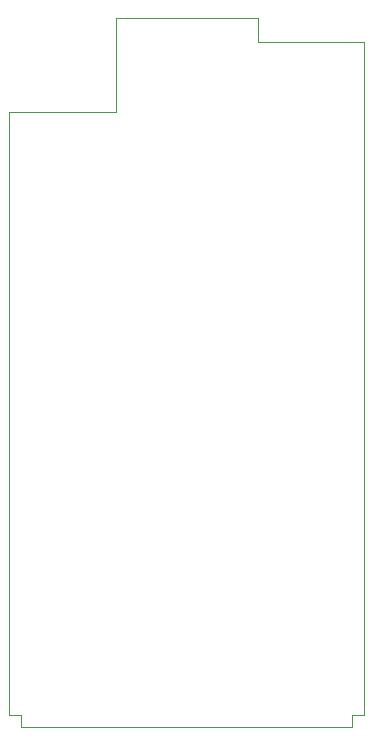
<source format=gbr>
%TF.GenerationSoftware,KiCad,Pcbnew,(5.99.0-2309-gaf729d578)*%
%TF.CreationDate,2020-07-18T18:02:03-04:00*%
%TF.ProjectId,mk2,6d6b322e-6b69-4636-9164-5f7063625858,rev?*%
%TF.SameCoordinates,Original*%
%TF.FileFunction,Profile,NP*%
%FSLAX46Y46*%
G04 Gerber Fmt 4.6, Leading zero omitted, Abs format (unit mm)*
G04 Created by KiCad (PCBNEW (5.99.0-2309-gaf729d578)) date 2020-07-18 18:02:03*
%MOMM*%
%LPD*%
G01*
G04 APERTURE LIST*
%TA.AperFunction,Profile*%
%ADD10C,0.100000*%
%TD*%
G04 APERTURE END LIST*
D10*
X40000000Y-18000000D02*
X40000000Y-69000000D01*
X10000000Y-69000000D02*
X10000000Y-18000000D01*
X11000000Y-70000000D02*
X39000000Y-70000000D01*
X11000000Y-69000000D02*
X11000000Y-70000000D01*
X10000000Y-69000000D02*
X11000000Y-69000000D01*
X39000000Y-69000000D02*
X40000000Y-69000000D01*
X39000000Y-70000000D02*
X39000000Y-69000000D01*
X31000000Y-10000000D02*
X31000000Y-12000000D01*
X40000000Y-12000000D02*
X40000000Y-18000000D01*
X31000000Y-12000000D02*
X40000000Y-12000000D01*
X19000000Y-10000000D02*
X31000000Y-10000000D01*
X19000000Y-18000000D02*
X10000000Y-18000000D01*
X19000000Y-10000000D02*
X19000000Y-18000000D01*
M02*

</source>
